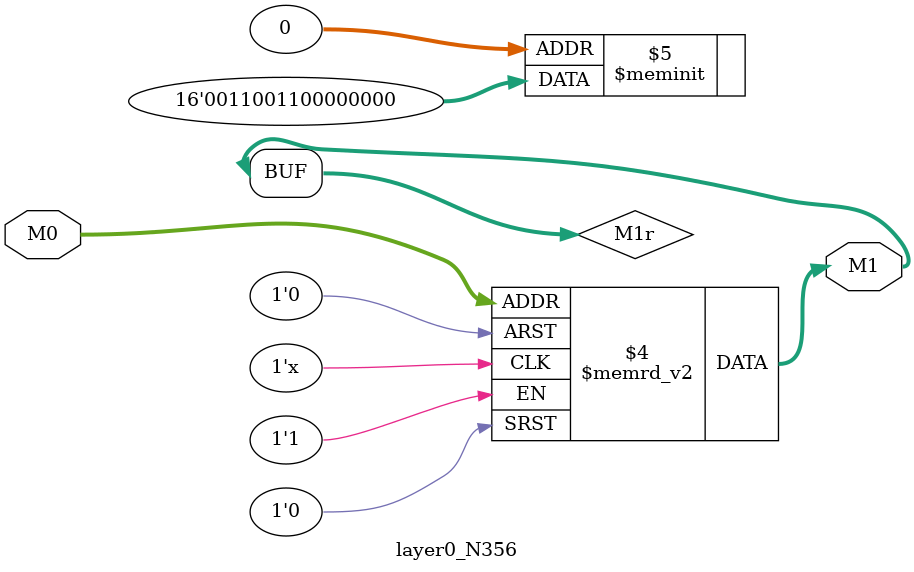
<source format=v>
module layer0_N356 ( input [2:0] M0, output [1:0] M1 );

	(*rom_style = "distributed" *) reg [1:0] M1r;
	assign M1 = M1r;
	always @ (M0) begin
		case (M0)
			3'b000: M1r = 2'b00;
			3'b100: M1r = 2'b11;
			3'b010: M1r = 2'b00;
			3'b110: M1r = 2'b11;
			3'b001: M1r = 2'b00;
			3'b101: M1r = 2'b00;
			3'b011: M1r = 2'b00;
			3'b111: M1r = 2'b00;

		endcase
	end
endmodule

</source>
